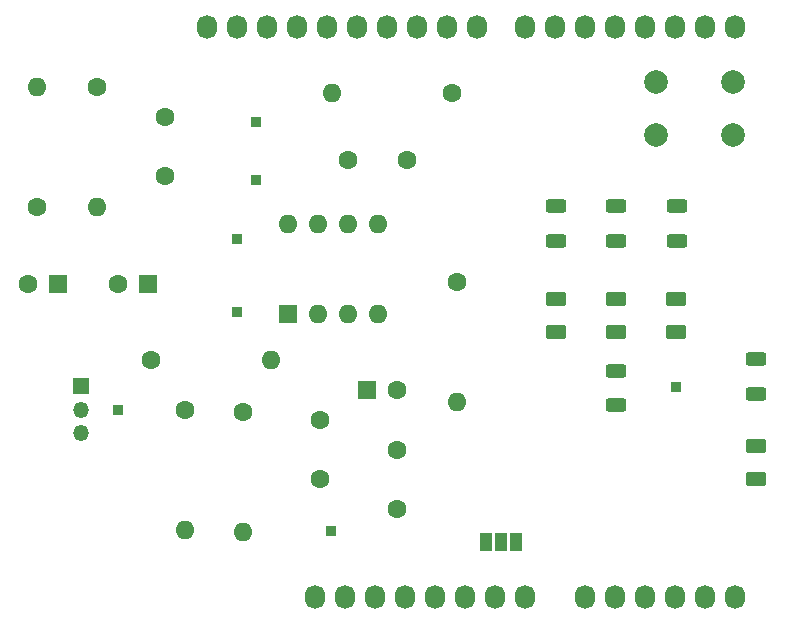
<source format=gbr>
%TF.GenerationSoftware,KiCad,Pcbnew,(6.0.0)*%
%TF.CreationDate,2022-05-11T10:24:24+02:00*%
%TF.ProjectId,speed_sensor,73706565-645f-4736-956e-736f722e6b69,v0.04*%
%TF.SameCoordinates,Original*%
%TF.FileFunction,Soldermask,Top*%
%TF.FilePolarity,Negative*%
%FSLAX46Y46*%
G04 Gerber Fmt 4.6, Leading zero omitted, Abs format (unit mm)*
G04 Created by KiCad (PCBNEW (6.0.0)) date 2022-05-11 10:24:24*
%MOMM*%
%LPD*%
G01*
G04 APERTURE LIST*
G04 Aperture macros list*
%AMRoundRect*
0 Rectangle with rounded corners*
0 $1 Rounding radius*
0 $2 $3 $4 $5 $6 $7 $8 $9 X,Y pos of 4 corners*
0 Add a 4 corners polygon primitive as box body*
4,1,4,$2,$3,$4,$5,$6,$7,$8,$9,$2,$3,0*
0 Add four circle primitives for the rounded corners*
1,1,$1+$1,$2,$3*
1,1,$1+$1,$4,$5*
1,1,$1+$1,$6,$7*
1,1,$1+$1,$8,$9*
0 Add four rect primitives between the rounded corners*
20,1,$1+$1,$2,$3,$4,$5,0*
20,1,$1+$1,$4,$5,$6,$7,0*
20,1,$1+$1,$6,$7,$8,$9,0*
20,1,$1+$1,$8,$9,$2,$3,0*%
G04 Aperture macros list end*
%ADD10C,1.600000*%
%ADD11O,1.727200X2.032000*%
%ADD12O,1.600000X1.600000*%
%ADD13RoundRect,0.250000X0.625000X-0.375000X0.625000X0.375000X-0.625000X0.375000X-0.625000X-0.375000X0*%
%ADD14R,1.000000X1.500000*%
%ADD15R,0.850000X0.850000*%
%ADD16R,1.600000X1.600000*%
%ADD17RoundRect,0.250000X0.625000X-0.312500X0.625000X0.312500X-0.625000X0.312500X-0.625000X-0.312500X0*%
%ADD18C,2.000000*%
%ADD19R,1.350000X1.350000*%
%ADD20O,1.350000X1.350000*%
G04 APERTURE END LIST*
D10*
%TO.C,C7*%
X145872200Y-111368200D03*
X145872200Y-116368200D03*
%TD*%
%TO.C,C6*%
X146721200Y-86817200D03*
X141721200Y-86817200D03*
%TD*%
%TO.C,C4*%
X139395200Y-113853600D03*
X139395200Y-108853600D03*
%TD*%
%TO.C,C3*%
X126238000Y-83185000D03*
X126238000Y-88185000D03*
%TD*%
D11*
%TO.C,P1*%
X138938000Y-123825000D03*
X141478000Y-123825000D03*
X144018000Y-123825000D03*
X146558000Y-123825000D03*
X149098000Y-123825000D03*
X151638000Y-123825000D03*
X154178000Y-123825000D03*
X156718000Y-123825000D03*
%TD*%
%TO.C,P2*%
X161798000Y-123825000D03*
X164338000Y-123825000D03*
X166878000Y-123825000D03*
X169418000Y-123825000D03*
X171958000Y-123825000D03*
X174498000Y-123825000D03*
%TD*%
%TO.C,P3*%
X129794000Y-75565000D03*
X132334000Y-75565000D03*
X134874000Y-75565000D03*
X137414000Y-75565000D03*
X139954000Y-75565000D03*
X142494000Y-75565000D03*
X145034000Y-75565000D03*
X147574000Y-75565000D03*
X150114000Y-75565000D03*
X152654000Y-75565000D03*
%TD*%
%TO.C,P4*%
X156718000Y-75565000D03*
X159258000Y-75565000D03*
X161798000Y-75565000D03*
X164338000Y-75565000D03*
X166878000Y-75565000D03*
X169418000Y-75565000D03*
X171958000Y-75565000D03*
X174498000Y-75565000D03*
%TD*%
D10*
%TO.C,R6*%
X150571200Y-81178400D03*
D12*
X140411200Y-81178400D03*
%TD*%
D13*
%TO.C,D4*%
X169545000Y-101414500D03*
X169545000Y-98614500D03*
%TD*%
D14*
%TO.C,JP1*%
X155986000Y-119126000D03*
X154686000Y-119126000D03*
X153386000Y-119126000D03*
%TD*%
D12*
%TO.C,R5*%
X115443000Y-80645000D03*
D10*
X115443000Y-90805000D03*
%TD*%
D12*
%TO.C,R3*%
X135204200Y-103708200D03*
D10*
X125044200Y-103708200D03*
%TD*%
%TO.C,R1*%
X132816600Y-108153200D03*
D12*
X132816600Y-118313200D03*
%TD*%
D13*
%TO.C,D1*%
X176276000Y-113795000D03*
X176276000Y-110995000D03*
%TD*%
D15*
%TO.C,sensor_out*%
X122301000Y-107950000D03*
%TD*%
D13*
%TO.C,D2*%
X159385000Y-101414500D03*
X159385000Y-98614500D03*
%TD*%
D16*
%TO.C,C2*%
X143383000Y-106248200D03*
D10*
X145883000Y-106248200D03*
%TD*%
D17*
%TO.C,R10*%
X164465000Y-93664500D03*
X164465000Y-90739500D03*
%TD*%
D16*
%TO.C,U1*%
X136662000Y-99812000D03*
D12*
X139202000Y-99812000D03*
X141742000Y-99812000D03*
X144282000Y-99812000D03*
X144282000Y-92192000D03*
X141742000Y-92192000D03*
X139202000Y-92192000D03*
X136662000Y-92192000D03*
%TD*%
D18*
%TO.C,SW1*%
X174319000Y-84673000D03*
X167819000Y-84673000D03*
X167819000Y-80173000D03*
X174319000Y-80173000D03*
%TD*%
D13*
%TO.C,D3*%
X164465000Y-101414500D03*
X164465000Y-98614500D03*
%TD*%
D10*
%TO.C,R7*%
X150977600Y-97155000D03*
D12*
X150977600Y-107315000D03*
%TD*%
D15*
%TO.C,GNDA*%
X133985000Y-83566000D03*
%TD*%
%TO.C,OP2_out*%
X132334000Y-93472000D03*
%TD*%
D16*
%TO.C,C1*%
X124776113Y-97322000D03*
D10*
X122276113Y-97322000D03*
%TD*%
D17*
%TO.C,R11*%
X169625000Y-93664500D03*
X169625000Y-90739500D03*
%TD*%
%TO.C,R9*%
X159385000Y-93664500D03*
X159385000Y-90739500D03*
%TD*%
D16*
%TO.C,C5*%
X117156113Y-97282000D03*
D10*
X114656113Y-97282000D03*
%TD*%
D19*
%TO.C,sensor*%
X119098200Y-105950000D03*
D20*
X119098200Y-107950000D03*
X119098200Y-109950000D03*
%TD*%
D15*
%TO.C,OP1_out*%
X132334000Y-99685000D03*
%TD*%
D10*
%TO.C,R2*%
X127965200Y-108000800D03*
D12*
X127965200Y-118160800D03*
%TD*%
D15*
%TO.C,v_d_out*%
X140335000Y-118237000D03*
%TD*%
%TO.C,GNDD*%
X169545000Y-106059700D03*
%TD*%
D17*
%TO.C,R8*%
X176276000Y-106618500D03*
X176276000Y-103693500D03*
%TD*%
D15*
%TO.C,GNDA*%
X133985000Y-88519000D03*
%TD*%
D17*
%TO.C,R12*%
X164465000Y-107573000D03*
X164465000Y-104648000D03*
%TD*%
D12*
%TO.C,R4*%
X120523000Y-90805000D03*
D10*
X120523000Y-80645000D03*
%TD*%
M02*

</source>
